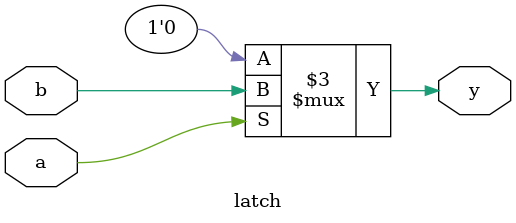
<source format=v>

module latch(
    input       a,
    input       b,
    
    output reg  y
    );
    
//产生latch
//always@(*) begin
//    if(a == 1)
//        y = b;
//    else
//        y = 0;
//end

//不会产生latch
always@(*) begin
	case (a)
		1: y = b;
	default : y = 0;
	endcase 
end

endmodule

</source>
